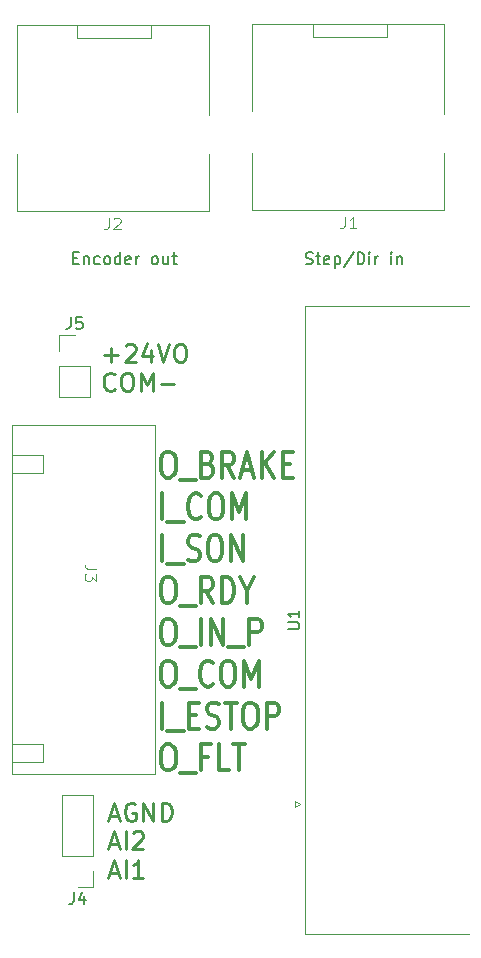
<source format=gto>
G04 #@! TF.GenerationSoftware,KiCad,Pcbnew,8.0.5*
G04 #@! TF.CreationDate,2024-09-22T17:44:19+03:00*
G04 #@! TF.ProjectId,lichuan-lc10,6c696368-7561-46e2-9d6c-6331302e6b69,rev?*
G04 #@! TF.SameCoordinates,Original*
G04 #@! TF.FileFunction,Legend,Top*
G04 #@! TF.FilePolarity,Positive*
%FSLAX46Y46*%
G04 Gerber Fmt 4.6, Leading zero omitted, Abs format (unit mm)*
G04 Created by KiCad (PCBNEW 8.0.5) date 2024-09-22 17:44:19*
%MOMM*%
%LPD*%
G01*
G04 APERTURE LIST*
%ADD10C,0.300000*%
%ADD11C,0.250000*%
%ADD12C,0.200000*%
%ADD13C,0.150000*%
%ADD14C,0.100000*%
%ADD15C,0.120000*%
G04 APERTURE END LIST*
D10*
X113018796Y-27472022D02*
X113361653Y-27472022D01*
X113361653Y-27472022D02*
X113533082Y-27576784D01*
X113533082Y-27576784D02*
X113704510Y-27786308D01*
X113704510Y-27786308D02*
X113790225Y-28205356D01*
X113790225Y-28205356D02*
X113790225Y-28938689D01*
X113790225Y-28938689D02*
X113704510Y-29357737D01*
X113704510Y-29357737D02*
X113533082Y-29567261D01*
X113533082Y-29567261D02*
X113361653Y-29672022D01*
X113361653Y-29672022D02*
X113018796Y-29672022D01*
X113018796Y-29672022D02*
X112847368Y-29567261D01*
X112847368Y-29567261D02*
X112675939Y-29357737D01*
X112675939Y-29357737D02*
X112590225Y-28938689D01*
X112590225Y-28938689D02*
X112590225Y-28205356D01*
X112590225Y-28205356D02*
X112675939Y-27786308D01*
X112675939Y-27786308D02*
X112847368Y-27576784D01*
X112847368Y-27576784D02*
X113018796Y-27472022D01*
X114133082Y-29881546D02*
X115504510Y-29881546D01*
X116533082Y-28519641D02*
X116790225Y-28624403D01*
X116790225Y-28624403D02*
X116875939Y-28729165D01*
X116875939Y-28729165D02*
X116961653Y-28938689D01*
X116961653Y-28938689D02*
X116961653Y-29252975D01*
X116961653Y-29252975D02*
X116875939Y-29462499D01*
X116875939Y-29462499D02*
X116790225Y-29567261D01*
X116790225Y-29567261D02*
X116618796Y-29672022D01*
X116618796Y-29672022D02*
X115933082Y-29672022D01*
X115933082Y-29672022D02*
X115933082Y-27472022D01*
X115933082Y-27472022D02*
X116533082Y-27472022D01*
X116533082Y-27472022D02*
X116704511Y-27576784D01*
X116704511Y-27576784D02*
X116790225Y-27681546D01*
X116790225Y-27681546D02*
X116875939Y-27891070D01*
X116875939Y-27891070D02*
X116875939Y-28100594D01*
X116875939Y-28100594D02*
X116790225Y-28310118D01*
X116790225Y-28310118D02*
X116704511Y-28414880D01*
X116704511Y-28414880D02*
X116533082Y-28519641D01*
X116533082Y-28519641D02*
X115933082Y-28519641D01*
X118761653Y-29672022D02*
X118161653Y-28624403D01*
X117733082Y-29672022D02*
X117733082Y-27472022D01*
X117733082Y-27472022D02*
X118418796Y-27472022D01*
X118418796Y-27472022D02*
X118590225Y-27576784D01*
X118590225Y-27576784D02*
X118675939Y-27681546D01*
X118675939Y-27681546D02*
X118761653Y-27891070D01*
X118761653Y-27891070D02*
X118761653Y-28205356D01*
X118761653Y-28205356D02*
X118675939Y-28414880D01*
X118675939Y-28414880D02*
X118590225Y-28519641D01*
X118590225Y-28519641D02*
X118418796Y-28624403D01*
X118418796Y-28624403D02*
X117733082Y-28624403D01*
X119447368Y-29043451D02*
X120304511Y-29043451D01*
X119275939Y-29672022D02*
X119875939Y-27472022D01*
X119875939Y-27472022D02*
X120475939Y-29672022D01*
X121075939Y-29672022D02*
X121075939Y-27472022D01*
X122104510Y-29672022D02*
X121333082Y-28414880D01*
X122104510Y-27472022D02*
X121075939Y-28729165D01*
X122875939Y-28519641D02*
X123475939Y-28519641D01*
X123733082Y-29672022D02*
X122875939Y-29672022D01*
X122875939Y-29672022D02*
X122875939Y-27472022D01*
X122875939Y-27472022D02*
X123733082Y-27472022D01*
X112675939Y-33213899D02*
X112675939Y-31013899D01*
X113104511Y-33423423D02*
X114475939Y-33423423D01*
X115933082Y-33004376D02*
X115847368Y-33109138D01*
X115847368Y-33109138D02*
X115590225Y-33213899D01*
X115590225Y-33213899D02*
X115418797Y-33213899D01*
X115418797Y-33213899D02*
X115161654Y-33109138D01*
X115161654Y-33109138D02*
X114990225Y-32899614D01*
X114990225Y-32899614D02*
X114904511Y-32690090D01*
X114904511Y-32690090D02*
X114818797Y-32271042D01*
X114818797Y-32271042D02*
X114818797Y-31956757D01*
X114818797Y-31956757D02*
X114904511Y-31537709D01*
X114904511Y-31537709D02*
X114990225Y-31328185D01*
X114990225Y-31328185D02*
X115161654Y-31118661D01*
X115161654Y-31118661D02*
X115418797Y-31013899D01*
X115418797Y-31013899D02*
X115590225Y-31013899D01*
X115590225Y-31013899D02*
X115847368Y-31118661D01*
X115847368Y-31118661D02*
X115933082Y-31223423D01*
X117047368Y-31013899D02*
X117390225Y-31013899D01*
X117390225Y-31013899D02*
X117561654Y-31118661D01*
X117561654Y-31118661D02*
X117733082Y-31328185D01*
X117733082Y-31328185D02*
X117818797Y-31747233D01*
X117818797Y-31747233D02*
X117818797Y-32480566D01*
X117818797Y-32480566D02*
X117733082Y-32899614D01*
X117733082Y-32899614D02*
X117561654Y-33109138D01*
X117561654Y-33109138D02*
X117390225Y-33213899D01*
X117390225Y-33213899D02*
X117047368Y-33213899D01*
X117047368Y-33213899D02*
X116875940Y-33109138D01*
X116875940Y-33109138D02*
X116704511Y-32899614D01*
X116704511Y-32899614D02*
X116618797Y-32480566D01*
X116618797Y-32480566D02*
X116618797Y-31747233D01*
X116618797Y-31747233D02*
X116704511Y-31328185D01*
X116704511Y-31328185D02*
X116875940Y-31118661D01*
X116875940Y-31118661D02*
X117047368Y-31013899D01*
X118590225Y-33213899D02*
X118590225Y-31013899D01*
X118590225Y-31013899D02*
X119190225Y-32585328D01*
X119190225Y-32585328D02*
X119790225Y-31013899D01*
X119790225Y-31013899D02*
X119790225Y-33213899D01*
X112675939Y-36755776D02*
X112675939Y-34555776D01*
X113104511Y-36965300D02*
X114475939Y-36965300D01*
X114818797Y-36651015D02*
X115075940Y-36755776D01*
X115075940Y-36755776D02*
X115504511Y-36755776D01*
X115504511Y-36755776D02*
X115675940Y-36651015D01*
X115675940Y-36651015D02*
X115761654Y-36546253D01*
X115761654Y-36546253D02*
X115847368Y-36336729D01*
X115847368Y-36336729D02*
X115847368Y-36127205D01*
X115847368Y-36127205D02*
X115761654Y-35917681D01*
X115761654Y-35917681D02*
X115675940Y-35812919D01*
X115675940Y-35812919D02*
X115504511Y-35708157D01*
X115504511Y-35708157D02*
X115161654Y-35603395D01*
X115161654Y-35603395D02*
X114990225Y-35498634D01*
X114990225Y-35498634D02*
X114904511Y-35393872D01*
X114904511Y-35393872D02*
X114818797Y-35184348D01*
X114818797Y-35184348D02*
X114818797Y-34974824D01*
X114818797Y-34974824D02*
X114904511Y-34765300D01*
X114904511Y-34765300D02*
X114990225Y-34660538D01*
X114990225Y-34660538D02*
X115161654Y-34555776D01*
X115161654Y-34555776D02*
X115590225Y-34555776D01*
X115590225Y-34555776D02*
X115847368Y-34660538D01*
X116961654Y-34555776D02*
X117304511Y-34555776D01*
X117304511Y-34555776D02*
X117475940Y-34660538D01*
X117475940Y-34660538D02*
X117647368Y-34870062D01*
X117647368Y-34870062D02*
X117733083Y-35289110D01*
X117733083Y-35289110D02*
X117733083Y-36022443D01*
X117733083Y-36022443D02*
X117647368Y-36441491D01*
X117647368Y-36441491D02*
X117475940Y-36651015D01*
X117475940Y-36651015D02*
X117304511Y-36755776D01*
X117304511Y-36755776D02*
X116961654Y-36755776D01*
X116961654Y-36755776D02*
X116790226Y-36651015D01*
X116790226Y-36651015D02*
X116618797Y-36441491D01*
X116618797Y-36441491D02*
X116533083Y-36022443D01*
X116533083Y-36022443D02*
X116533083Y-35289110D01*
X116533083Y-35289110D02*
X116618797Y-34870062D01*
X116618797Y-34870062D02*
X116790226Y-34660538D01*
X116790226Y-34660538D02*
X116961654Y-34555776D01*
X118504511Y-36755776D02*
X118504511Y-34555776D01*
X118504511Y-34555776D02*
X119533082Y-36755776D01*
X119533082Y-36755776D02*
X119533082Y-34555776D01*
X113018796Y-38097653D02*
X113361653Y-38097653D01*
X113361653Y-38097653D02*
X113533082Y-38202415D01*
X113533082Y-38202415D02*
X113704510Y-38411939D01*
X113704510Y-38411939D02*
X113790225Y-38830987D01*
X113790225Y-38830987D02*
X113790225Y-39564320D01*
X113790225Y-39564320D02*
X113704510Y-39983368D01*
X113704510Y-39983368D02*
X113533082Y-40192892D01*
X113533082Y-40192892D02*
X113361653Y-40297653D01*
X113361653Y-40297653D02*
X113018796Y-40297653D01*
X113018796Y-40297653D02*
X112847368Y-40192892D01*
X112847368Y-40192892D02*
X112675939Y-39983368D01*
X112675939Y-39983368D02*
X112590225Y-39564320D01*
X112590225Y-39564320D02*
X112590225Y-38830987D01*
X112590225Y-38830987D02*
X112675939Y-38411939D01*
X112675939Y-38411939D02*
X112847368Y-38202415D01*
X112847368Y-38202415D02*
X113018796Y-38097653D01*
X114133082Y-40507177D02*
X115504510Y-40507177D01*
X116961653Y-40297653D02*
X116361653Y-39250034D01*
X115933082Y-40297653D02*
X115933082Y-38097653D01*
X115933082Y-38097653D02*
X116618796Y-38097653D01*
X116618796Y-38097653D02*
X116790225Y-38202415D01*
X116790225Y-38202415D02*
X116875939Y-38307177D01*
X116875939Y-38307177D02*
X116961653Y-38516701D01*
X116961653Y-38516701D02*
X116961653Y-38830987D01*
X116961653Y-38830987D02*
X116875939Y-39040511D01*
X116875939Y-39040511D02*
X116790225Y-39145272D01*
X116790225Y-39145272D02*
X116618796Y-39250034D01*
X116618796Y-39250034D02*
X115933082Y-39250034D01*
X117733082Y-40297653D02*
X117733082Y-38097653D01*
X117733082Y-38097653D02*
X118161653Y-38097653D01*
X118161653Y-38097653D02*
X118418796Y-38202415D01*
X118418796Y-38202415D02*
X118590225Y-38411939D01*
X118590225Y-38411939D02*
X118675939Y-38621463D01*
X118675939Y-38621463D02*
X118761653Y-39040511D01*
X118761653Y-39040511D02*
X118761653Y-39354796D01*
X118761653Y-39354796D02*
X118675939Y-39773844D01*
X118675939Y-39773844D02*
X118590225Y-39983368D01*
X118590225Y-39983368D02*
X118418796Y-40192892D01*
X118418796Y-40192892D02*
X118161653Y-40297653D01*
X118161653Y-40297653D02*
X117733082Y-40297653D01*
X119875939Y-39250034D02*
X119875939Y-40297653D01*
X119275939Y-38097653D02*
X119875939Y-39250034D01*
X119875939Y-39250034D02*
X120475939Y-38097653D01*
X113018796Y-41639530D02*
X113361653Y-41639530D01*
X113361653Y-41639530D02*
X113533082Y-41744292D01*
X113533082Y-41744292D02*
X113704510Y-41953816D01*
X113704510Y-41953816D02*
X113790225Y-42372864D01*
X113790225Y-42372864D02*
X113790225Y-43106197D01*
X113790225Y-43106197D02*
X113704510Y-43525245D01*
X113704510Y-43525245D02*
X113533082Y-43734769D01*
X113533082Y-43734769D02*
X113361653Y-43839530D01*
X113361653Y-43839530D02*
X113018796Y-43839530D01*
X113018796Y-43839530D02*
X112847368Y-43734769D01*
X112847368Y-43734769D02*
X112675939Y-43525245D01*
X112675939Y-43525245D02*
X112590225Y-43106197D01*
X112590225Y-43106197D02*
X112590225Y-42372864D01*
X112590225Y-42372864D02*
X112675939Y-41953816D01*
X112675939Y-41953816D02*
X112847368Y-41744292D01*
X112847368Y-41744292D02*
X113018796Y-41639530D01*
X114133082Y-44049054D02*
X115504510Y-44049054D01*
X115933082Y-43839530D02*
X115933082Y-41639530D01*
X116790225Y-43839530D02*
X116790225Y-41639530D01*
X116790225Y-41639530D02*
X117818796Y-43839530D01*
X117818796Y-43839530D02*
X117818796Y-41639530D01*
X118247368Y-44049054D02*
X119618796Y-44049054D01*
X120047368Y-43839530D02*
X120047368Y-41639530D01*
X120047368Y-41639530D02*
X120733082Y-41639530D01*
X120733082Y-41639530D02*
X120904511Y-41744292D01*
X120904511Y-41744292D02*
X120990225Y-41849054D01*
X120990225Y-41849054D02*
X121075939Y-42058578D01*
X121075939Y-42058578D02*
X121075939Y-42372864D01*
X121075939Y-42372864D02*
X120990225Y-42582388D01*
X120990225Y-42582388D02*
X120904511Y-42687149D01*
X120904511Y-42687149D02*
X120733082Y-42791911D01*
X120733082Y-42791911D02*
X120047368Y-42791911D01*
X113018796Y-45181407D02*
X113361653Y-45181407D01*
X113361653Y-45181407D02*
X113533082Y-45286169D01*
X113533082Y-45286169D02*
X113704510Y-45495693D01*
X113704510Y-45495693D02*
X113790225Y-45914741D01*
X113790225Y-45914741D02*
X113790225Y-46648074D01*
X113790225Y-46648074D02*
X113704510Y-47067122D01*
X113704510Y-47067122D02*
X113533082Y-47276646D01*
X113533082Y-47276646D02*
X113361653Y-47381407D01*
X113361653Y-47381407D02*
X113018796Y-47381407D01*
X113018796Y-47381407D02*
X112847368Y-47276646D01*
X112847368Y-47276646D02*
X112675939Y-47067122D01*
X112675939Y-47067122D02*
X112590225Y-46648074D01*
X112590225Y-46648074D02*
X112590225Y-45914741D01*
X112590225Y-45914741D02*
X112675939Y-45495693D01*
X112675939Y-45495693D02*
X112847368Y-45286169D01*
X112847368Y-45286169D02*
X113018796Y-45181407D01*
X114133082Y-47590931D02*
X115504510Y-47590931D01*
X116961653Y-47171884D02*
X116875939Y-47276646D01*
X116875939Y-47276646D02*
X116618796Y-47381407D01*
X116618796Y-47381407D02*
X116447368Y-47381407D01*
X116447368Y-47381407D02*
X116190225Y-47276646D01*
X116190225Y-47276646D02*
X116018796Y-47067122D01*
X116018796Y-47067122D02*
X115933082Y-46857598D01*
X115933082Y-46857598D02*
X115847368Y-46438550D01*
X115847368Y-46438550D02*
X115847368Y-46124265D01*
X115847368Y-46124265D02*
X115933082Y-45705217D01*
X115933082Y-45705217D02*
X116018796Y-45495693D01*
X116018796Y-45495693D02*
X116190225Y-45286169D01*
X116190225Y-45286169D02*
X116447368Y-45181407D01*
X116447368Y-45181407D02*
X116618796Y-45181407D01*
X116618796Y-45181407D02*
X116875939Y-45286169D01*
X116875939Y-45286169D02*
X116961653Y-45390931D01*
X118075939Y-45181407D02*
X118418796Y-45181407D01*
X118418796Y-45181407D02*
X118590225Y-45286169D01*
X118590225Y-45286169D02*
X118761653Y-45495693D01*
X118761653Y-45495693D02*
X118847368Y-45914741D01*
X118847368Y-45914741D02*
X118847368Y-46648074D01*
X118847368Y-46648074D02*
X118761653Y-47067122D01*
X118761653Y-47067122D02*
X118590225Y-47276646D01*
X118590225Y-47276646D02*
X118418796Y-47381407D01*
X118418796Y-47381407D02*
X118075939Y-47381407D01*
X118075939Y-47381407D02*
X117904511Y-47276646D01*
X117904511Y-47276646D02*
X117733082Y-47067122D01*
X117733082Y-47067122D02*
X117647368Y-46648074D01*
X117647368Y-46648074D02*
X117647368Y-45914741D01*
X117647368Y-45914741D02*
X117733082Y-45495693D01*
X117733082Y-45495693D02*
X117904511Y-45286169D01*
X117904511Y-45286169D02*
X118075939Y-45181407D01*
X119618796Y-47381407D02*
X119618796Y-45181407D01*
X119618796Y-45181407D02*
X120218796Y-46752836D01*
X120218796Y-46752836D02*
X120818796Y-45181407D01*
X120818796Y-45181407D02*
X120818796Y-47381407D01*
X112675939Y-50923284D02*
X112675939Y-48723284D01*
X113104511Y-51132808D02*
X114475939Y-51132808D01*
X114904511Y-49770903D02*
X115504511Y-49770903D01*
X115761654Y-50923284D02*
X114904511Y-50923284D01*
X114904511Y-50923284D02*
X114904511Y-48723284D01*
X114904511Y-48723284D02*
X115761654Y-48723284D01*
X116447368Y-50818523D02*
X116704511Y-50923284D01*
X116704511Y-50923284D02*
X117133082Y-50923284D01*
X117133082Y-50923284D02*
X117304511Y-50818523D01*
X117304511Y-50818523D02*
X117390225Y-50713761D01*
X117390225Y-50713761D02*
X117475939Y-50504237D01*
X117475939Y-50504237D02*
X117475939Y-50294713D01*
X117475939Y-50294713D02*
X117390225Y-50085189D01*
X117390225Y-50085189D02*
X117304511Y-49980427D01*
X117304511Y-49980427D02*
X117133082Y-49875665D01*
X117133082Y-49875665D02*
X116790225Y-49770903D01*
X116790225Y-49770903D02*
X116618796Y-49666142D01*
X116618796Y-49666142D02*
X116533082Y-49561380D01*
X116533082Y-49561380D02*
X116447368Y-49351856D01*
X116447368Y-49351856D02*
X116447368Y-49142332D01*
X116447368Y-49142332D02*
X116533082Y-48932808D01*
X116533082Y-48932808D02*
X116618796Y-48828046D01*
X116618796Y-48828046D02*
X116790225Y-48723284D01*
X116790225Y-48723284D02*
X117218796Y-48723284D01*
X117218796Y-48723284D02*
X117475939Y-48828046D01*
X117990225Y-48723284D02*
X119018797Y-48723284D01*
X118504511Y-50923284D02*
X118504511Y-48723284D01*
X119961654Y-48723284D02*
X120304511Y-48723284D01*
X120304511Y-48723284D02*
X120475940Y-48828046D01*
X120475940Y-48828046D02*
X120647368Y-49037570D01*
X120647368Y-49037570D02*
X120733083Y-49456618D01*
X120733083Y-49456618D02*
X120733083Y-50189951D01*
X120733083Y-50189951D02*
X120647368Y-50608999D01*
X120647368Y-50608999D02*
X120475940Y-50818523D01*
X120475940Y-50818523D02*
X120304511Y-50923284D01*
X120304511Y-50923284D02*
X119961654Y-50923284D01*
X119961654Y-50923284D02*
X119790226Y-50818523D01*
X119790226Y-50818523D02*
X119618797Y-50608999D01*
X119618797Y-50608999D02*
X119533083Y-50189951D01*
X119533083Y-50189951D02*
X119533083Y-49456618D01*
X119533083Y-49456618D02*
X119618797Y-49037570D01*
X119618797Y-49037570D02*
X119790226Y-48828046D01*
X119790226Y-48828046D02*
X119961654Y-48723284D01*
X121504511Y-50923284D02*
X121504511Y-48723284D01*
X121504511Y-48723284D02*
X122190225Y-48723284D01*
X122190225Y-48723284D02*
X122361654Y-48828046D01*
X122361654Y-48828046D02*
X122447368Y-48932808D01*
X122447368Y-48932808D02*
X122533082Y-49142332D01*
X122533082Y-49142332D02*
X122533082Y-49456618D01*
X122533082Y-49456618D02*
X122447368Y-49666142D01*
X122447368Y-49666142D02*
X122361654Y-49770903D01*
X122361654Y-49770903D02*
X122190225Y-49875665D01*
X122190225Y-49875665D02*
X121504511Y-49875665D01*
X113018796Y-52265161D02*
X113361653Y-52265161D01*
X113361653Y-52265161D02*
X113533082Y-52369923D01*
X113533082Y-52369923D02*
X113704510Y-52579447D01*
X113704510Y-52579447D02*
X113790225Y-52998495D01*
X113790225Y-52998495D02*
X113790225Y-53731828D01*
X113790225Y-53731828D02*
X113704510Y-54150876D01*
X113704510Y-54150876D02*
X113533082Y-54360400D01*
X113533082Y-54360400D02*
X113361653Y-54465161D01*
X113361653Y-54465161D02*
X113018796Y-54465161D01*
X113018796Y-54465161D02*
X112847368Y-54360400D01*
X112847368Y-54360400D02*
X112675939Y-54150876D01*
X112675939Y-54150876D02*
X112590225Y-53731828D01*
X112590225Y-53731828D02*
X112590225Y-52998495D01*
X112590225Y-52998495D02*
X112675939Y-52579447D01*
X112675939Y-52579447D02*
X112847368Y-52369923D01*
X112847368Y-52369923D02*
X113018796Y-52265161D01*
X114133082Y-54674685D02*
X115504510Y-54674685D01*
X116533082Y-53312780D02*
X115933082Y-53312780D01*
X115933082Y-54465161D02*
X115933082Y-52265161D01*
X115933082Y-52265161D02*
X116790225Y-52265161D01*
X118333082Y-54465161D02*
X117475939Y-54465161D01*
X117475939Y-54465161D02*
X117475939Y-52265161D01*
X118675939Y-52265161D02*
X119704511Y-52265161D01*
X119190225Y-54465161D02*
X119190225Y-52265161D01*
D11*
X108200187Y-58295025D02*
X108914473Y-58295025D01*
X108057330Y-58723596D02*
X108557330Y-57223596D01*
X108557330Y-57223596D02*
X109057330Y-58723596D01*
X110343044Y-57295025D02*
X110200187Y-57223596D01*
X110200187Y-57223596D02*
X109985901Y-57223596D01*
X109985901Y-57223596D02*
X109771615Y-57295025D01*
X109771615Y-57295025D02*
X109628758Y-57437882D01*
X109628758Y-57437882D02*
X109557329Y-57580739D01*
X109557329Y-57580739D02*
X109485901Y-57866453D01*
X109485901Y-57866453D02*
X109485901Y-58080739D01*
X109485901Y-58080739D02*
X109557329Y-58366453D01*
X109557329Y-58366453D02*
X109628758Y-58509310D01*
X109628758Y-58509310D02*
X109771615Y-58652168D01*
X109771615Y-58652168D02*
X109985901Y-58723596D01*
X109985901Y-58723596D02*
X110128758Y-58723596D01*
X110128758Y-58723596D02*
X110343044Y-58652168D01*
X110343044Y-58652168D02*
X110414472Y-58580739D01*
X110414472Y-58580739D02*
X110414472Y-58080739D01*
X110414472Y-58080739D02*
X110128758Y-58080739D01*
X111057329Y-58723596D02*
X111057329Y-57223596D01*
X111057329Y-57223596D02*
X111914472Y-58723596D01*
X111914472Y-58723596D02*
X111914472Y-57223596D01*
X112628758Y-58723596D02*
X112628758Y-57223596D01*
X112628758Y-57223596D02*
X112985901Y-57223596D01*
X112985901Y-57223596D02*
X113200187Y-57295025D01*
X113200187Y-57295025D02*
X113343044Y-57437882D01*
X113343044Y-57437882D02*
X113414473Y-57580739D01*
X113414473Y-57580739D02*
X113485901Y-57866453D01*
X113485901Y-57866453D02*
X113485901Y-58080739D01*
X113485901Y-58080739D02*
X113414473Y-58366453D01*
X113414473Y-58366453D02*
X113343044Y-58509310D01*
X113343044Y-58509310D02*
X113200187Y-58652168D01*
X113200187Y-58652168D02*
X112985901Y-58723596D01*
X112985901Y-58723596D02*
X112628758Y-58723596D01*
X108200187Y-60709941D02*
X108914473Y-60709941D01*
X108057330Y-61138512D02*
X108557330Y-59638512D01*
X108557330Y-59638512D02*
X109057330Y-61138512D01*
X109557329Y-61138512D02*
X109557329Y-59638512D01*
X110200187Y-59781369D02*
X110271615Y-59709941D01*
X110271615Y-59709941D02*
X110414473Y-59638512D01*
X110414473Y-59638512D02*
X110771615Y-59638512D01*
X110771615Y-59638512D02*
X110914473Y-59709941D01*
X110914473Y-59709941D02*
X110985901Y-59781369D01*
X110985901Y-59781369D02*
X111057330Y-59924226D01*
X111057330Y-59924226D02*
X111057330Y-60067084D01*
X111057330Y-60067084D02*
X110985901Y-60281369D01*
X110985901Y-60281369D02*
X110128758Y-61138512D01*
X110128758Y-61138512D02*
X111057330Y-61138512D01*
X108200187Y-63124857D02*
X108914473Y-63124857D01*
X108057330Y-63553428D02*
X108557330Y-62053428D01*
X108557330Y-62053428D02*
X109057330Y-63553428D01*
X109557329Y-63553428D02*
X109557329Y-62053428D01*
X111057330Y-63553428D02*
X110200187Y-63553428D01*
X110628758Y-63553428D02*
X110628758Y-62053428D01*
X110628758Y-62053428D02*
X110485901Y-62267714D01*
X110485901Y-62267714D02*
X110343044Y-62410571D01*
X110343044Y-62410571D02*
X110200187Y-62482000D01*
D12*
X124822054Y-11569600D02*
X124964911Y-11617219D01*
X124964911Y-11617219D02*
X125203006Y-11617219D01*
X125203006Y-11617219D02*
X125298244Y-11569600D01*
X125298244Y-11569600D02*
X125345863Y-11521980D01*
X125345863Y-11521980D02*
X125393482Y-11426742D01*
X125393482Y-11426742D02*
X125393482Y-11331504D01*
X125393482Y-11331504D02*
X125345863Y-11236266D01*
X125345863Y-11236266D02*
X125298244Y-11188647D01*
X125298244Y-11188647D02*
X125203006Y-11141028D01*
X125203006Y-11141028D02*
X125012530Y-11093409D01*
X125012530Y-11093409D02*
X124917292Y-11045790D01*
X124917292Y-11045790D02*
X124869673Y-10998171D01*
X124869673Y-10998171D02*
X124822054Y-10902933D01*
X124822054Y-10902933D02*
X124822054Y-10807695D01*
X124822054Y-10807695D02*
X124869673Y-10712457D01*
X124869673Y-10712457D02*
X124917292Y-10664838D01*
X124917292Y-10664838D02*
X125012530Y-10617219D01*
X125012530Y-10617219D02*
X125250625Y-10617219D01*
X125250625Y-10617219D02*
X125393482Y-10664838D01*
X125679197Y-10950552D02*
X126060149Y-10950552D01*
X125822054Y-10617219D02*
X125822054Y-11474361D01*
X125822054Y-11474361D02*
X125869673Y-11569600D01*
X125869673Y-11569600D02*
X125964911Y-11617219D01*
X125964911Y-11617219D02*
X126060149Y-11617219D01*
X126774435Y-11569600D02*
X126679197Y-11617219D01*
X126679197Y-11617219D02*
X126488721Y-11617219D01*
X126488721Y-11617219D02*
X126393483Y-11569600D01*
X126393483Y-11569600D02*
X126345864Y-11474361D01*
X126345864Y-11474361D02*
X126345864Y-11093409D01*
X126345864Y-11093409D02*
X126393483Y-10998171D01*
X126393483Y-10998171D02*
X126488721Y-10950552D01*
X126488721Y-10950552D02*
X126679197Y-10950552D01*
X126679197Y-10950552D02*
X126774435Y-10998171D01*
X126774435Y-10998171D02*
X126822054Y-11093409D01*
X126822054Y-11093409D02*
X126822054Y-11188647D01*
X126822054Y-11188647D02*
X126345864Y-11283885D01*
X127250626Y-10950552D02*
X127250626Y-11950552D01*
X127250626Y-10998171D02*
X127345864Y-10950552D01*
X127345864Y-10950552D02*
X127536340Y-10950552D01*
X127536340Y-10950552D02*
X127631578Y-10998171D01*
X127631578Y-10998171D02*
X127679197Y-11045790D01*
X127679197Y-11045790D02*
X127726816Y-11141028D01*
X127726816Y-11141028D02*
X127726816Y-11426742D01*
X127726816Y-11426742D02*
X127679197Y-11521980D01*
X127679197Y-11521980D02*
X127631578Y-11569600D01*
X127631578Y-11569600D02*
X127536340Y-11617219D01*
X127536340Y-11617219D02*
X127345864Y-11617219D01*
X127345864Y-11617219D02*
X127250626Y-11569600D01*
X128869673Y-10569600D02*
X128012531Y-11855314D01*
X129203007Y-11617219D02*
X129203007Y-10617219D01*
X129203007Y-10617219D02*
X129441102Y-10617219D01*
X129441102Y-10617219D02*
X129583959Y-10664838D01*
X129583959Y-10664838D02*
X129679197Y-10760076D01*
X129679197Y-10760076D02*
X129726816Y-10855314D01*
X129726816Y-10855314D02*
X129774435Y-11045790D01*
X129774435Y-11045790D02*
X129774435Y-11188647D01*
X129774435Y-11188647D02*
X129726816Y-11379123D01*
X129726816Y-11379123D02*
X129679197Y-11474361D01*
X129679197Y-11474361D02*
X129583959Y-11569600D01*
X129583959Y-11569600D02*
X129441102Y-11617219D01*
X129441102Y-11617219D02*
X129203007Y-11617219D01*
X130203007Y-11617219D02*
X130203007Y-10950552D01*
X130203007Y-10617219D02*
X130155388Y-10664838D01*
X130155388Y-10664838D02*
X130203007Y-10712457D01*
X130203007Y-10712457D02*
X130250626Y-10664838D01*
X130250626Y-10664838D02*
X130203007Y-10617219D01*
X130203007Y-10617219D02*
X130203007Y-10712457D01*
X130679197Y-11617219D02*
X130679197Y-10950552D01*
X130679197Y-11141028D02*
X130726816Y-11045790D01*
X130726816Y-11045790D02*
X130774435Y-10998171D01*
X130774435Y-10998171D02*
X130869673Y-10950552D01*
X130869673Y-10950552D02*
X130964911Y-10950552D01*
X132060150Y-11617219D02*
X132060150Y-10950552D01*
X132060150Y-10617219D02*
X132012531Y-10664838D01*
X132012531Y-10664838D02*
X132060150Y-10712457D01*
X132060150Y-10712457D02*
X132107769Y-10664838D01*
X132107769Y-10664838D02*
X132060150Y-10617219D01*
X132060150Y-10617219D02*
X132060150Y-10712457D01*
X132536340Y-10950552D02*
X132536340Y-11617219D01*
X132536340Y-11045790D02*
X132583959Y-10998171D01*
X132583959Y-10998171D02*
X132679197Y-10950552D01*
X132679197Y-10950552D02*
X132822054Y-10950552D01*
X132822054Y-10950552D02*
X132917292Y-10998171D01*
X132917292Y-10998171D02*
X132964911Y-11093409D01*
X132964911Y-11093409D02*
X132964911Y-11617219D01*
X105119673Y-11093409D02*
X105453006Y-11093409D01*
X105595863Y-11617219D02*
X105119673Y-11617219D01*
X105119673Y-11617219D02*
X105119673Y-10617219D01*
X105119673Y-10617219D02*
X105595863Y-10617219D01*
X106024435Y-10950552D02*
X106024435Y-11617219D01*
X106024435Y-11045790D02*
X106072054Y-10998171D01*
X106072054Y-10998171D02*
X106167292Y-10950552D01*
X106167292Y-10950552D02*
X106310149Y-10950552D01*
X106310149Y-10950552D02*
X106405387Y-10998171D01*
X106405387Y-10998171D02*
X106453006Y-11093409D01*
X106453006Y-11093409D02*
X106453006Y-11617219D01*
X107357768Y-11569600D02*
X107262530Y-11617219D01*
X107262530Y-11617219D02*
X107072054Y-11617219D01*
X107072054Y-11617219D02*
X106976816Y-11569600D01*
X106976816Y-11569600D02*
X106929197Y-11521980D01*
X106929197Y-11521980D02*
X106881578Y-11426742D01*
X106881578Y-11426742D02*
X106881578Y-11141028D01*
X106881578Y-11141028D02*
X106929197Y-11045790D01*
X106929197Y-11045790D02*
X106976816Y-10998171D01*
X106976816Y-10998171D02*
X107072054Y-10950552D01*
X107072054Y-10950552D02*
X107262530Y-10950552D01*
X107262530Y-10950552D02*
X107357768Y-10998171D01*
X107929197Y-11617219D02*
X107833959Y-11569600D01*
X107833959Y-11569600D02*
X107786340Y-11521980D01*
X107786340Y-11521980D02*
X107738721Y-11426742D01*
X107738721Y-11426742D02*
X107738721Y-11141028D01*
X107738721Y-11141028D02*
X107786340Y-11045790D01*
X107786340Y-11045790D02*
X107833959Y-10998171D01*
X107833959Y-10998171D02*
X107929197Y-10950552D01*
X107929197Y-10950552D02*
X108072054Y-10950552D01*
X108072054Y-10950552D02*
X108167292Y-10998171D01*
X108167292Y-10998171D02*
X108214911Y-11045790D01*
X108214911Y-11045790D02*
X108262530Y-11141028D01*
X108262530Y-11141028D02*
X108262530Y-11426742D01*
X108262530Y-11426742D02*
X108214911Y-11521980D01*
X108214911Y-11521980D02*
X108167292Y-11569600D01*
X108167292Y-11569600D02*
X108072054Y-11617219D01*
X108072054Y-11617219D02*
X107929197Y-11617219D01*
X109119673Y-11617219D02*
X109119673Y-10617219D01*
X109119673Y-11569600D02*
X109024435Y-11617219D01*
X109024435Y-11617219D02*
X108833959Y-11617219D01*
X108833959Y-11617219D02*
X108738721Y-11569600D01*
X108738721Y-11569600D02*
X108691102Y-11521980D01*
X108691102Y-11521980D02*
X108643483Y-11426742D01*
X108643483Y-11426742D02*
X108643483Y-11141028D01*
X108643483Y-11141028D02*
X108691102Y-11045790D01*
X108691102Y-11045790D02*
X108738721Y-10998171D01*
X108738721Y-10998171D02*
X108833959Y-10950552D01*
X108833959Y-10950552D02*
X109024435Y-10950552D01*
X109024435Y-10950552D02*
X109119673Y-10998171D01*
X109976816Y-11569600D02*
X109881578Y-11617219D01*
X109881578Y-11617219D02*
X109691102Y-11617219D01*
X109691102Y-11617219D02*
X109595864Y-11569600D01*
X109595864Y-11569600D02*
X109548245Y-11474361D01*
X109548245Y-11474361D02*
X109548245Y-11093409D01*
X109548245Y-11093409D02*
X109595864Y-10998171D01*
X109595864Y-10998171D02*
X109691102Y-10950552D01*
X109691102Y-10950552D02*
X109881578Y-10950552D01*
X109881578Y-10950552D02*
X109976816Y-10998171D01*
X109976816Y-10998171D02*
X110024435Y-11093409D01*
X110024435Y-11093409D02*
X110024435Y-11188647D01*
X110024435Y-11188647D02*
X109548245Y-11283885D01*
X110453007Y-11617219D02*
X110453007Y-10950552D01*
X110453007Y-11141028D02*
X110500626Y-11045790D01*
X110500626Y-11045790D02*
X110548245Y-10998171D01*
X110548245Y-10998171D02*
X110643483Y-10950552D01*
X110643483Y-10950552D02*
X110738721Y-10950552D01*
X111976817Y-11617219D02*
X111881579Y-11569600D01*
X111881579Y-11569600D02*
X111833960Y-11521980D01*
X111833960Y-11521980D02*
X111786341Y-11426742D01*
X111786341Y-11426742D02*
X111786341Y-11141028D01*
X111786341Y-11141028D02*
X111833960Y-11045790D01*
X111833960Y-11045790D02*
X111881579Y-10998171D01*
X111881579Y-10998171D02*
X111976817Y-10950552D01*
X111976817Y-10950552D02*
X112119674Y-10950552D01*
X112119674Y-10950552D02*
X112214912Y-10998171D01*
X112214912Y-10998171D02*
X112262531Y-11045790D01*
X112262531Y-11045790D02*
X112310150Y-11141028D01*
X112310150Y-11141028D02*
X112310150Y-11426742D01*
X112310150Y-11426742D02*
X112262531Y-11521980D01*
X112262531Y-11521980D02*
X112214912Y-11569600D01*
X112214912Y-11569600D02*
X112119674Y-11617219D01*
X112119674Y-11617219D02*
X111976817Y-11617219D01*
X113167293Y-10950552D02*
X113167293Y-11617219D01*
X112738722Y-10950552D02*
X112738722Y-11474361D01*
X112738722Y-11474361D02*
X112786341Y-11569600D01*
X112786341Y-11569600D02*
X112881579Y-11617219D01*
X112881579Y-11617219D02*
X113024436Y-11617219D01*
X113024436Y-11617219D02*
X113119674Y-11569600D01*
X113119674Y-11569600D02*
X113167293Y-11521980D01*
X113500627Y-10950552D02*
X113881579Y-10950552D01*
X113643484Y-10617219D02*
X113643484Y-11474361D01*
X113643484Y-11474361D02*
X113691103Y-11569600D01*
X113691103Y-11569600D02*
X113786341Y-11617219D01*
X113786341Y-11617219D02*
X113881579Y-11617219D01*
D11*
X107771615Y-19317084D02*
X108914473Y-19317084D01*
X108343044Y-19888512D02*
X108343044Y-18745655D01*
X109557330Y-18531369D02*
X109628758Y-18459941D01*
X109628758Y-18459941D02*
X109771616Y-18388512D01*
X109771616Y-18388512D02*
X110128758Y-18388512D01*
X110128758Y-18388512D02*
X110271616Y-18459941D01*
X110271616Y-18459941D02*
X110343044Y-18531369D01*
X110343044Y-18531369D02*
X110414473Y-18674226D01*
X110414473Y-18674226D02*
X110414473Y-18817084D01*
X110414473Y-18817084D02*
X110343044Y-19031369D01*
X110343044Y-19031369D02*
X109485901Y-19888512D01*
X109485901Y-19888512D02*
X110414473Y-19888512D01*
X111700187Y-18888512D02*
X111700187Y-19888512D01*
X111343044Y-18317084D02*
X110985901Y-19388512D01*
X110985901Y-19388512D02*
X111914472Y-19388512D01*
X112271615Y-18388512D02*
X112771615Y-19888512D01*
X112771615Y-19888512D02*
X113271615Y-18388512D01*
X114057329Y-18388512D02*
X114343043Y-18388512D01*
X114343043Y-18388512D02*
X114485900Y-18459941D01*
X114485900Y-18459941D02*
X114628757Y-18602798D01*
X114628757Y-18602798D02*
X114700186Y-18888512D01*
X114700186Y-18888512D02*
X114700186Y-19388512D01*
X114700186Y-19388512D02*
X114628757Y-19674226D01*
X114628757Y-19674226D02*
X114485900Y-19817084D01*
X114485900Y-19817084D02*
X114343043Y-19888512D01*
X114343043Y-19888512D02*
X114057329Y-19888512D01*
X114057329Y-19888512D02*
X113914472Y-19817084D01*
X113914472Y-19817084D02*
X113771614Y-19674226D01*
X113771614Y-19674226D02*
X113700186Y-19388512D01*
X113700186Y-19388512D02*
X113700186Y-18888512D01*
X113700186Y-18888512D02*
X113771614Y-18602798D01*
X113771614Y-18602798D02*
X113914472Y-18459941D01*
X113914472Y-18459941D02*
X114057329Y-18388512D01*
X108628758Y-22160571D02*
X108557330Y-22232000D01*
X108557330Y-22232000D02*
X108343044Y-22303428D01*
X108343044Y-22303428D02*
X108200187Y-22303428D01*
X108200187Y-22303428D02*
X107985901Y-22232000D01*
X107985901Y-22232000D02*
X107843044Y-22089142D01*
X107843044Y-22089142D02*
X107771615Y-21946285D01*
X107771615Y-21946285D02*
X107700187Y-21660571D01*
X107700187Y-21660571D02*
X107700187Y-21446285D01*
X107700187Y-21446285D02*
X107771615Y-21160571D01*
X107771615Y-21160571D02*
X107843044Y-21017714D01*
X107843044Y-21017714D02*
X107985901Y-20874857D01*
X107985901Y-20874857D02*
X108200187Y-20803428D01*
X108200187Y-20803428D02*
X108343044Y-20803428D01*
X108343044Y-20803428D02*
X108557330Y-20874857D01*
X108557330Y-20874857D02*
X108628758Y-20946285D01*
X109557330Y-20803428D02*
X109843044Y-20803428D01*
X109843044Y-20803428D02*
X109985901Y-20874857D01*
X109985901Y-20874857D02*
X110128758Y-21017714D01*
X110128758Y-21017714D02*
X110200187Y-21303428D01*
X110200187Y-21303428D02*
X110200187Y-21803428D01*
X110200187Y-21803428D02*
X110128758Y-22089142D01*
X110128758Y-22089142D02*
X109985901Y-22232000D01*
X109985901Y-22232000D02*
X109843044Y-22303428D01*
X109843044Y-22303428D02*
X109557330Y-22303428D01*
X109557330Y-22303428D02*
X109414473Y-22232000D01*
X109414473Y-22232000D02*
X109271615Y-22089142D01*
X109271615Y-22089142D02*
X109200187Y-21803428D01*
X109200187Y-21803428D02*
X109200187Y-21303428D01*
X109200187Y-21303428D02*
X109271615Y-21017714D01*
X109271615Y-21017714D02*
X109414473Y-20874857D01*
X109414473Y-20874857D02*
X109557330Y-20803428D01*
X110843044Y-22303428D02*
X110843044Y-20803428D01*
X110843044Y-20803428D02*
X111343044Y-21874857D01*
X111343044Y-21874857D02*
X111843044Y-20803428D01*
X111843044Y-20803428D02*
X111843044Y-22303428D01*
X112557330Y-21732000D02*
X113700188Y-21732000D01*
D13*
X105166666Y-64784819D02*
X105166666Y-65499104D01*
X105166666Y-65499104D02*
X105119047Y-65641961D01*
X105119047Y-65641961D02*
X105023809Y-65737200D01*
X105023809Y-65737200D02*
X104880952Y-65784819D01*
X104880952Y-65784819D02*
X104785714Y-65784819D01*
X106071428Y-65118152D02*
X106071428Y-65784819D01*
X105833333Y-64737200D02*
X105595238Y-65451485D01*
X105595238Y-65451485D02*
X106214285Y-65451485D01*
X104916666Y-16099819D02*
X104916666Y-16814104D01*
X104916666Y-16814104D02*
X104869047Y-16956961D01*
X104869047Y-16956961D02*
X104773809Y-17052200D01*
X104773809Y-17052200D02*
X104630952Y-17099819D01*
X104630952Y-17099819D02*
X104535714Y-17099819D01*
X105869047Y-16099819D02*
X105392857Y-16099819D01*
X105392857Y-16099819D02*
X105345238Y-16576009D01*
X105345238Y-16576009D02*
X105392857Y-16528390D01*
X105392857Y-16528390D02*
X105488095Y-16480771D01*
X105488095Y-16480771D02*
X105726190Y-16480771D01*
X105726190Y-16480771D02*
X105821428Y-16528390D01*
X105821428Y-16528390D02*
X105869047Y-16576009D01*
X105869047Y-16576009D02*
X105916666Y-16671247D01*
X105916666Y-16671247D02*
X105916666Y-16909342D01*
X105916666Y-16909342D02*
X105869047Y-17004580D01*
X105869047Y-17004580D02*
X105821428Y-17052200D01*
X105821428Y-17052200D02*
X105726190Y-17099819D01*
X105726190Y-17099819D02*
X105488095Y-17099819D01*
X105488095Y-17099819D02*
X105392857Y-17052200D01*
X105392857Y-17052200D02*
X105345238Y-17004580D01*
D14*
X128096666Y-7577419D02*
X128096666Y-8291704D01*
X128096666Y-8291704D02*
X128049047Y-8434561D01*
X128049047Y-8434561D02*
X127953809Y-8529800D01*
X127953809Y-8529800D02*
X127810952Y-8577419D01*
X127810952Y-8577419D02*
X127715714Y-8577419D01*
X129096666Y-8577419D02*
X128525238Y-8577419D01*
X128810952Y-8577419D02*
X128810952Y-7577419D01*
X128810952Y-7577419D02*
X128715714Y-7720276D01*
X128715714Y-7720276D02*
X128620476Y-7815514D01*
X128620476Y-7815514D02*
X128525238Y-7863133D01*
X107092580Y-37416666D02*
X106378295Y-37416666D01*
X106378295Y-37416666D02*
X106235438Y-37369047D01*
X106235438Y-37369047D02*
X106140200Y-37273809D01*
X106140200Y-37273809D02*
X106092580Y-37130952D01*
X106092580Y-37130952D02*
X106092580Y-37035714D01*
X107092580Y-37797619D02*
X107092580Y-38416666D01*
X107092580Y-38416666D02*
X106711628Y-38083333D01*
X106711628Y-38083333D02*
X106711628Y-38226190D01*
X106711628Y-38226190D02*
X106664009Y-38321428D01*
X106664009Y-38321428D02*
X106616390Y-38369047D01*
X106616390Y-38369047D02*
X106521152Y-38416666D01*
X106521152Y-38416666D02*
X106283057Y-38416666D01*
X106283057Y-38416666D02*
X106187819Y-38369047D01*
X106187819Y-38369047D02*
X106140200Y-38321428D01*
X106140200Y-38321428D02*
X106092580Y-38226190D01*
X106092580Y-38226190D02*
X106092580Y-37940476D01*
X106092580Y-37940476D02*
X106140200Y-37845238D01*
X106140200Y-37845238D02*
X106187819Y-37797619D01*
D13*
X123284488Y-42511904D02*
X124094011Y-42511904D01*
X124094011Y-42511904D02*
X124189249Y-42464285D01*
X124189249Y-42464285D02*
X124236869Y-42416666D01*
X124236869Y-42416666D02*
X124284488Y-42321428D01*
X124284488Y-42321428D02*
X124284488Y-42130952D01*
X124284488Y-42130952D02*
X124236869Y-42035714D01*
X124236869Y-42035714D02*
X124189249Y-41988095D01*
X124189249Y-41988095D02*
X124094011Y-41940476D01*
X124094011Y-41940476D02*
X123284488Y-41940476D01*
X124284488Y-40940476D02*
X124284488Y-41511904D01*
X124284488Y-41226190D02*
X123284488Y-41226190D01*
X123284488Y-41226190D02*
X123427345Y-41321428D01*
X123427345Y-41321428D02*
X123522583Y-41416666D01*
X123522583Y-41416666D02*
X123570202Y-41511904D01*
D14*
X108136666Y-7667419D02*
X108136666Y-8381704D01*
X108136666Y-8381704D02*
X108089047Y-8524561D01*
X108089047Y-8524561D02*
X107993809Y-8619800D01*
X107993809Y-8619800D02*
X107850952Y-8667419D01*
X107850952Y-8667419D02*
X107755714Y-8667419D01*
X108565238Y-7762657D02*
X108612857Y-7715038D01*
X108612857Y-7715038D02*
X108708095Y-7667419D01*
X108708095Y-7667419D02*
X108946190Y-7667419D01*
X108946190Y-7667419D02*
X109041428Y-7715038D01*
X109041428Y-7715038D02*
X109089047Y-7762657D01*
X109089047Y-7762657D02*
X109136666Y-7857895D01*
X109136666Y-7857895D02*
X109136666Y-7953133D01*
X109136666Y-7953133D02*
X109089047Y-8095990D01*
X109089047Y-8095990D02*
X108517619Y-8667419D01*
X108517619Y-8667419D02*
X109136666Y-8667419D01*
D15*
G04 #@! TO.C,J4*
X104170000Y-61730000D02*
X104170000Y-56590000D01*
X106830000Y-56590000D02*
X104170000Y-56590000D01*
X106830000Y-61730000D02*
X104170000Y-61730000D01*
X106830000Y-61730000D02*
X106830000Y-56590000D01*
X106830000Y-63000000D02*
X106830000Y-64330000D01*
X106830000Y-64330000D02*
X105500000Y-64330000D01*
G04 #@! TO.C,J5*
X103920000Y-17645000D02*
X105250000Y-17645000D01*
X103920000Y-18975000D02*
X103920000Y-17645000D01*
X103920000Y-20245000D02*
X103920000Y-22845000D01*
X103920000Y-20245000D02*
X106580000Y-20245000D01*
X103920000Y-22845000D02*
X106580000Y-22845000D01*
X106580000Y-20245000D02*
X106580000Y-22845000D01*
D14*
G04 #@! TO.C,J1*
X120302000Y1388000D02*
X120305000Y8755000D01*
X120305000Y8755000D02*
X136555000Y8755000D01*
X120305000Y-6995000D02*
X120302000Y-2168000D01*
X125430000Y7630000D02*
X125430000Y8630000D01*
X131680000Y8630000D02*
X131680000Y7630000D01*
X131680000Y7630000D02*
X125430000Y7630000D01*
X136555000Y8755000D02*
X136558000Y1134000D01*
X136555000Y-6995000D02*
X120305000Y-6995000D01*
X136555000Y-6995000D02*
X136558000Y-2168000D01*
G04 #@! TO.C,J3*
X100050000Y-27750000D02*
X102550000Y-27750000D01*
X100050000Y-52250000D02*
X102550000Y-52250000D01*
X102550000Y-27750000D02*
X102550000Y-29250000D01*
X102550000Y-29250000D02*
X100050000Y-29250000D01*
X102550000Y-52250000D02*
X102550000Y-53750000D01*
X102550000Y-53750000D02*
X100050000Y-53750000D01*
X112050000Y-25250000D02*
X99950000Y-25250000D01*
X99950000Y-54750000D01*
X112050000Y-54750000D01*
X112050000Y-25250000D01*
D15*
G04 #@! TO.C,U1*
X123875331Y-57025000D02*
X124308344Y-57275000D01*
X123875331Y-57525000D02*
X123875331Y-57025000D01*
X124308344Y-57275000D02*
X123875331Y-57525000D01*
X124769669Y-15140000D02*
X138659669Y-15140000D01*
X124769669Y-68360000D02*
X124769669Y-15140000D01*
X138659669Y-68360000D02*
X124769669Y-68360000D01*
D14*
G04 #@! TO.C,J2*
X100342000Y1298000D02*
X100345000Y8665000D01*
X100345000Y8665000D02*
X116595000Y8665000D01*
X100345000Y-7085000D02*
X100342000Y-2258000D01*
X105470000Y7540000D02*
X105470000Y8540000D01*
X111720000Y8540000D02*
X111720000Y7540000D01*
X111720000Y7540000D02*
X105470000Y7540000D01*
X116595000Y8665000D02*
X116598000Y1044000D01*
X116595000Y-7085000D02*
X100345000Y-7085000D01*
X116595000Y-7085000D02*
X116598000Y-2258000D01*
G04 #@! TD*
M02*

</source>
